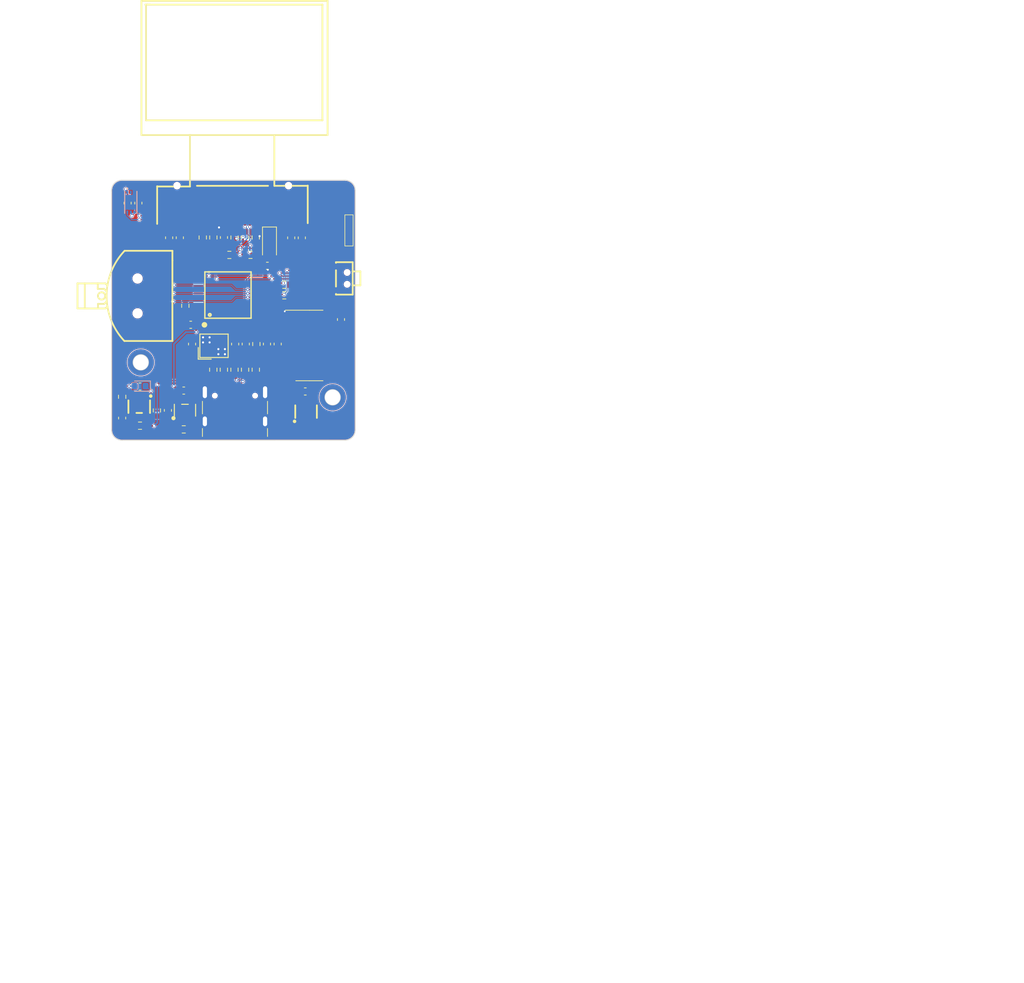
<source format=kicad_pcb>
(kicad_pcb (version 20221018) (generator pcbnew)
  (layers (0 "F.Cu" signal) (31 "B.Cu" signal) (34 "B.Paste" user) (35 "F.Paste" user) (36 "B.SilkS" user "B.Silkscreen") (37 "F.SilkS" user "F.Silkscreen") (38 "B.Mask" user) (39 "F.Mask" user) (44 "Edge.Cuts" user))
  (net 0 "")
  (net 1 "+5V")
  (net 5 "GND")
  (net 6 "+3.3V")
  (net 7 "Net-(U3-DVI)")
  (net 8 "Net-(OLED1-C2N)")
  (net 9 "Net-(OLED1-C2P)")
  (net 12 "Net-(U2-V3)")
  (net 13 "/UART3_TX")
  (net 18 "/SW_Enter")
  (net 19 "Net-(OLED1-C1N)")
  (net 20 "Net-(OLED1-C1P)")
  (net 21 "Net-(D1-A)")
  (net 22 "Net-(OLED1-VCOMH)")
  (net 23 "Net-(OLED1-VCC)")
  (net 24 "Net-(OLED1-BS0)")
  (net 32 "Net-(OLED1-BS1)")
  (net 35 "Net-(OLED1-D{slash}C#)")
  (net 42 "/OLED_SCL")
  (net 45 "/OLED_SDA")
  (net 46 "Net-(U1-BOOT)")
  (net 47 "/SW_Down")
  (net 48 "/SW_UP")
  (net 49 "Net-(U1-PF0-OSC_IN)")
  (net 50 "Net-(U1-PF1-OSC_OUT)")
  (net 51 "/NRST")
  (net 52 "/BH1750_SCL")
  (net 53 "/BH1750_SDA")
  (net 54 "/SWDIO")
  (net 55 "/SWCLK")
  (net 57 "Net-(U4-VCC)")
  (net 58 "+BATT")
  (net 59 "Net-(U5-KEY)")
  (net 60 "Net-(U4-PROG)")
  (net 61 "Net-(D2-K)")
  (net 62 "/BAT_EN")
  (net 66 "Net-(D2-A)")
  (net 67 "Net-(J1-CC1)")
  (net 68 "Net-(J1-D+-PadA6)")
  (net 69 "Net-(J1-D--PadA7)")
  (net 71 "Net-(J1-CC2)")
  (net 73 "/USB_DN")
  (net 74 "/USB_DP")
  (net 75 "/UART3_RX")
  (footprint "kicad_lceda:SW-SMD_TM-2022-3" (layer "F.Cu") (at 33.488 99.0175 90)
    (fp_text reference "SW1" hide)
    (fp_text value "TM-2022-3" hide)
  )
  (footprint "Resistor_SMD:R_0603_1608Metric" (layer "F.Cu") (at 44.44 109.605 90)
    (fp_text reference "R11" hide)
    (fp_text value "5K1" hide)
  )
  (footprint "Resistor_SMD:R_0603_1608Metric" (layer "F.Cu") (at 49.1 105.92 90)
    (fp_text reference "R16" hide)
    (fp_text value "1KR" hide)
  )
  (footprint "Resistor_SMD:R_0603_1608Metric" (layer "F.Cu") (at 32.41 117.64 180)
    (fp_text reference "R9" hide)
    (fp_text value "1R" hide)
  )
  (footprint "Capacitor_SMD:C_0603_1608Metric" (layer "F.Cu") (at 36.59 90.67 90)
    (fp_text reference "C7" hide)
    (fp_text value "1uF" hide)
  )
  (footprint "Resistor_SMD:R_0603_1608Metric" (layer "F.Cu") (at 45.225 93.13)
    (fp_text reference "R20" hide)
    (fp_text value "4K7" hide)
  )
  (footprint "Resistor_SMD:R_0603_1608Metric" (layer "F.Cu") (at 34.835 115.45 90)
    (fp_text reference "R7" hide)
    (fp_text value "1K6" hide)
  )
  (footprint "Capacitor_SMD:C_0603_1608Metric" (layer "F.Cu") (at 32.17 85.693 90)
    (fp_text reference "C5" hide)
    (fp_text value "0.1uF" hide)
  )
  (footprint "Capacitor_SMD:C_0603_1608Metric" (layer "F.Cu") (at 29.85 116.545 90)
    (fp_text reference "C15" hide)
    (fp_text value "1uF" hide)
  )
  (footprint "Resistor_SMD:R_0603_1608Metric" (layer "F.Cu") (at 45.97 90.63 90)
    (fp_text reference "R2" hide)
    (fp_text value "4K7" hide)
  )
  (footprint "Capacitor_SMD:C_0603_1608Metric" (layer "F.Cu") (at 52.16 105.92 90)
    (fp_text reference "C1" hide)
    (fp_text value "0.1uF" hide)
  )
  (footprint "Resistor_SMD:R_0603_1608Metric" (layer "F.Cu") (at 42.92 109.605 90)
    (fp_text reference "R15" hide)
    (fp_text value "1MR" hide)
  )
  (footprint "Capacitor_SMD:C_0603_1608Metric" (layer "F.Cu") (at 44.45 90.63 -90)
    (fp_text reference "C9" hide)
    (fp_text value "4.7uF" hide)
  )
  (footprint "Capacitor_SMD:C_0603_1608Metric" (layer "F.Cu") (at 30.63 85.693 90)
    (fp_text reference "C6" hide)
    (fp_text value "0.1uF" hide)
  )
  (footprint "kicad_lceda:SW-SMD_2X4X3.5MM" (layer "F.Cu") (at 62.12 96.5 -90)
    (fp_text reference "SW2" hide)
    (fp_text value "Power_KEY" hide)
  )
  (footprint "Resistor_SMD:R_0603_1608Metric" (layer "F.Cu") (at 41.41 90.63 90)
    (fp_text reference "R3" hide)
    (fp_text value "4K7" hide)
  )
  (footprint "Resistor_SMD:R_0603_1608Metric" (layer "F.Cu") (at 42.93 90.63 90)
    (fp_text reference "R4" hide)
    (fp_text value "4K7" hide)
  )
  (footprint "kicad_lceda:SOT-23-5_L3.0-W1.7-P0.95-LS2.8-BL" (layer "F.Cu") (at 38.86 115.41925)
    (fp_text reference "U6" hide)
    (fp_text value "RT9013-33GB" hide)
  )
  (footprint "Resistor_SMD:R_0603_1608Metric" (layer "F.Cu") (at 45.96 109.605 90)
    (fp_text reference "R14" hide)
    (fp_text value "22R" hide)
  )
  (footprint "Resistor_SMD:R_0603_1608Metric" (layer "F.Cu") (at 53.105 97.41 180)
    (fp_text reference "R18" hide)
    (fp_text value "4K7" hide)
  )
  (footprint "Capacitor_SMD:C_0603_1608Metric" (layer "F.Cu") (at 38.6855 112.6 180)
    (fp_text reference "C19" hide)
    (fp_text value "1uF" hide)
  )
  (footprint "kicad_lceda:LQFP-48_L7.0-W7.0-P0.50-LS9.0-BL" (layer "F.Cu") (at 45.04 98.905)
    (fp_text reference "U1" hide)
    (fp_text value "CW32F030C8T6" hide)
  )
  (footprint "Resistor_SMD:R_0603_1608Metric" (layer "F.Cu") (at 53.105 98.93 180)
    (fp_text reference "R17" hide)
    (fp_text value "4K7" hide)
  )
  (footprint "MountingHole:MountingHole_2.2mm_M2_DIN965_Pad_TopBottom" (layer "F.Cu") (at 32.52 108.56)
    (fp_text reference "REF**" hide)
    (fp_text value "MountingHole_2.2mm_M2_DIN965_Pad_TopBottom" hide)
  )
  (footprint "kicad_lceda:SOT-23-5_L3.0-W1.7-P0.95-LS2.8-BR" (layer "F.Cu") (at 32.296 114.91 90)
    (fp_text reference "U4" hide)
    (fp_text value "TP4055" hide)
  )
  (footprint "Capacitor_SMD:C_0603_1608Metric" (layer "F.Cu") (at 55.62 90.68 90)
    (fp_text reference "C11" hide)
    (fp_text value "2.2uF" hide)
  )
  (footprint "Package_SO:SOIC-16_3.9x9.9mm_P1.27mm" (layer "F.Cu") (at 56.705 106.125)
    (fp_text reference "U2" hide)
    (fp_text value "CH340C" hide)
  )
  (footprint "Capacitor_SMD:C_0603_1608Metric" (layer "F.Cu") (at 36.41 115.44 -90)
    (fp_text reference "C18" hide)
    (fp_text value "1uF" hide)
  )
  (footprint "Capacitor_SMD:C_0603_1608Metric" (layer "F.Cu") (at 39.685 103.15 180)
    (fp_text reference "C12" hide)
    (fp_text value "0.1uF" hide)
  )
  (footprint "kicad_lceda:PG-SOT23-6_L2.9-W1.6-P0.95-LS2.8-BR" (layer "F.Cu") (at 56.23 115.62 -90)
    (fp_text reference "U5" hide)
    (fp_text value "EC190707" hide)
  )
  (footprint "Userlib:OLED_0.96-30P-P0.70-12864" (layer "F.Cu") (at 45.7165 87.3725)
    (fp_text reference "OLED1" hide)
    (fp_text value "0.96_OLED" hide)
  )
  (footprint "Capacitor_SMD:C_0603_1608Metric" (layer "F.Cu") (at 56.116 112.73)
    (fp_text reference "C17" hide)
    (fp_text value "1uF" hide)
  )
  (footprint "Resistor_SMD:R_0603_1608Metric" (layer "F.Cu") (at 38.91 100.43 -90)
    (fp_text reference "R1" hide)
    (fp_text value "20R" hide)
  )
  (footprint "Resistor_SMD:R_0603_1608Metric" (layer "F.Cu") (at 47.49 90.63 90)
    (fp_text reference "R5" hide)
    (fp_text value "4K7" hide)
  )
  (footprint "Connector_USB:USB_C_Receptacle_GCT_USB4105-xx-A_16P_TopMnt_Horizontal" (layer "F.Cu") (at 46.03 115.94)
    (fp_text reference "J1" hide)
    (fp_text value "USB_C_Receptacle" hide)
  )
  (footprint "Resistor_SMD:R_0603_1608Metric" (layer "F.Cu") (at 29.85 113.49 90)
    (fp_text reference "R8" hide)
    (fp_text value "1K" hide)
  )
  (footprint "Resistor_SMD:R_0603_1608Metric" (layer "F.Cu") (at 49.02 109.605 90)
    (fp_text reference "R12" hide)
    (fp_text value "5K1" hide)
  )
  (footprint "Resistor_SMD:R_0603_1608Metric" (layer "F.Cu") (at 49.01 90.63 90)
    (fp_text reference "R6" hide)
    (fp_text value "4K7" hide)
  )
  (footprint "Resistor_SMD:R_0603_1608Metric" (layer "F.Cu") (at 38.6855 118.17)
    (fp_text reference "R10" hide)
    (fp_text value "100K" hide)
  )
  (footprint "Diode_SMD:D_SOD-123" (layer "F.Cu") (at 50.98 91.49 -90)
    (fp_text reference "D1" hide)
    (fp_text value "1N4148W" hide)
  )
  (footprint "Capacitor_SMD:C_0603_1608Metric" (layer "F.Cu") (at 39.88 105.925 -90)
    (fp_text reference "C4" hide)
    (fp_text value "2.2pF" hide)
  )
  (footprint "Userlib:SWD_Port" (layer "F.Cu") (at 62.89 89.65 90)
    (fp_text reference "J2" hide)
    (fp_text value "Conn_01x04_Pin" hide)
  )
  (footprint "Capacitor_SMD:C_0603_1608Metric" (layer "F.Cu") (at 46.06 105.925 -90)
    (fp_text reference "C3" hide)
    (fp_text value "2.2pF" hide)
  )
  (footprint "Capacitor_SMD:C_0603_1608Metric" (layer "F.Cu") (at 54.1 90.68 90)
    (fp_text reference "C10" hide)
    (fp_text value "4.7uF" hide)
  )
  (footprint "Capacitor_SMD:C_0603_1608Metric" (layer "F.Cu") (at 32.41 112.02 180)
    (fp_text reference "C16" hide)
    (fp_text value "10uF" hide)
  )
  (footprint "Capacitor_SMD:C_0603_1608Metric" (layer "F.Cu") (at 47.58 105.92 -90)
    (fp_text reference "C20" hide)
    (fp_text value "10uF" hide)
  )
  (footprint "Capacitor_SMD:C_0603_1608Metric" (layer "F.Cu") (at 38.12 90.665 90)
    (fp_text reference "C8" hide)
    (fp_text value "1uF" hide)
  )
  (footprint "Resistor_SMD:R_0603_1608Metric" (layer "F.Cu") (at 48.255 93.12 180)
    (fp_text reference "R19" hide)
    (fp_text value "4K7" hide)
  )
  (footprint "Capacitor_SMD:C_0603_1608Metric" (layer "F.Cu") (at 61.24 102.4 90)
    (fp_text reference "C2" hide)
    (fp_text value "0.1uF" hide)
  )
  (footprint "Resistor_SMD:R_0603_1608Metric" (layer "F.Cu") (at 47.48 109.605 90)
    (fp_text reference "R13" hide)
    (fp_text value "22R" hide)
  )
  (footprint "Capacitor_SMD:C_0603_1608Metric" (layer "F.Cu") (at 50.62 105.92 -90)
    (fp_text reference "C14" hide)
    (fp_text value "0.1uF" hide)
  )
  (footprint "Capacitor_SMD:C_0603_1608Metric" (layer "F.Cu") (at 50.68 94.69)
    (fp_text reference "C13" hide)
    (fp_text value "0.1uF" hide)
  )
  (footprint "kicad_lceda:CRYSTAL-SMD_4P-L3.2-W2.5-BL" (layer "F.Cu") (at 43.024 106.175)
    (fp_text reference "X1" hide)
    (fp_text value "12MHz" hide)
  )
  (footprint "MountingHole:MountingHole_2.2mm_M2_DIN965_Pad_TopBottom" (layer "F.Cu") (at 60.04 113.57)
    (fp_text reference "REF**" hide)
    (fp_text value "MountingHole_2.2mm_M2_DIN965_Pad_TopBottom" hide)
  )
  (footprint "LED_SMD:LED_0603_1608Metric" (layer "B.Cu") (at 32.4175 111.96 180)
    (fp_text reference "D2" hide)
    (fp_text value "LED" hide)
  )
  (footprint "kicad_lceda:WSOF-6_L2.6-W1.6-P0.50-TL-EP" (layer "B.Cu") (at 31.09 85.583 -90)
    (fp_text reference "U3" hide)
    (fp_text value "BH1750FVI-TR" hide)
  )
  (gr_line (start 61.781974 82.399396) (end 29.768478 82.402203) (stroke (width 0.1)) (layer "Edge.Cuts"))
  (gr_line (start 29.838026 119.730604) (end 61.851522 119.727797) (stroke (width 0.1)) (layer "Edge.Cuts"))
  (gr_arc (start 29.838026 119.730604) (mid 28.78 119.32) (end 28.322203 118.281522) (stroke (width 0.1)) (layer "Edge.Cuts"))
  (gr_circle (center 32.520536 108.55) (end 33.260536 107.71) (stroke (width 0.1)) (fill none) (layer "Edge.Cuts"))
  (gr_arc (start 28.319396 83.918026) (mid 28.73 82.86) (end 29.768478 82.402203) (stroke (width 0.1)) (layer "Edge.Cuts"))
  (gr_line (start 63.300604 118.211974) (end 63.297797 83.848478) (stroke (width 0.1)) (layer "Edge.Cuts"))
  (gr_arc (start 61.781974 82.399396) (mid 62.84 82.81) (end 63.297797 83.848478) (stroke (width 0.1)) (layer "Edge.Cuts"))
  (gr_circle (center 60.040536 113.57) (end 60.780536 112.73) (stroke (width 0.1)) (fill none) (layer "Edge.Cuts"))
  (gr_line (start 28.319396 83.918026) (end 28.322203 118.281522) (stroke (width 0.1)) (layer "Edge.Cuts"))
  (gr_arc (start 63.300604 118.211974) (mid 62.89 119.27) (end 61.851522 119.727797) (stroke (width 0.1)) (layer "Edge.Cuts"))
  (segment (start 33.265 117.67) (end 33.235 117.64) (width 0.3) (layer "F.Cu") (net 1))
  (segment (start 55.341 112.73) (end 52.89 112.73) (width 0.3) (layer "F.Cu") (net 1))
  (segment (start 48.96 111.19) (end 48.43 111.72) (width 0.3) (layer "F.Cu") (net 1))
  (segment (start 43.63 113.011827) (end 44.528173 113.91) (width 0.3) (layer "F.Cu") (net 1))
  (segment (start 34.42 117.67) (end 33.265 117.67) (width 0.3) (layer "F.Cu") (net 1))
  (segment (start 43.63 112.26) (end 43.63 111.76) (width 0.3) (layer "F.Cu") (net 1))
  (segment (start 47.531827 113.91) (end 48.43 113.011827) (width 0.3) (layer "F.Cu") (net 1))
  (segment (start 56.23 113.619) (end 55.341 112.73) (width 0.3) (layer "F.Cu") (net 1))
  (segment (start 35.49 111.16) (end 34.91 111.74) (width 0.3) (layer "F.Cu") (net 1))
  (segment (start 34.91 111.74) (end 34.91 111.75) (width 0.3) (layer "F.Cu") (net 1))
  (segment (start 56.23 114.22) (end 56.23 113.619) (width 0.3) (layer "F.Cu") (net 1))
  (segment (start 43.63 112.26) (end 43.63 113.011827) (width 0.3) (layer "F.Cu") (net 1))
  (segment (start 48.43 113.011827) (end 48.43 112.26) (width 0.3) (layer "F.Cu") (net 1))
  (segment (start 43.03 111.16) (end 35.49 111.16) (width 0.3) (layer "F.Cu") (net 1))
  (segment (start 34.91 111.75) (end 34.89 111.77) (width 0.3) (layer "F.Cu") (net 1))
  (segment (start 48.43 111.72) (end 48.43 112.26) (width 0.3) (layer "F.Cu") (net 1))
  (segment (start 52.89 112.73) (end 51.35 111.19) (width 0.3) (layer "F.Cu") (net 1))
  (segment (start 51.35 111.19) (end 48.96 111.19) (width 0.3) (layer "F.Cu") (net 1))
  (segment (start 43.63 111.76) (end 43.03 111.16) (width 0.3) (layer "F.Cu") (net 1))
  (segment (start 44.528173 113.91) (end 47.531827 113.91) (width 0.3) (layer "F.Cu") (net 1))
  (via (at 34.42 117.67) (size 0.45) (drill 0.3) (layers "F.Cu" "B.Cu") (net 1))
  (via (at 34.89 111.77) (size 0.45) (drill 0.3) (layers "F.Cu" "B.Cu") (net 1))
  (segment (start 34.89 111.77) (end 34.89 117.2) (width 0.3) (layer "B.Cu") (net 1))
  (segment (start 34.89 117.2) (end 34.42 117.67) (width 0.3) (layer "B.Cu") (net 1))
  (segment (start 49.1995 85.53) (end 49.5665 85.897) (width 0.3) (layer "F.Cu") (net 5))
  (segment (start 47.1335 85.53) (end 49.1995 85.53) (width 0.3) (layer "F.Cu") (net 5))
  (segment (start 36.0135 85.45) (end 39.3195 85.45) (width 0.3) (layer "F.Cu") (net 5))
  (segment (start 45.56 85.46) (end 46.0665 85.9665) (width 0.3) (layer "F.Cu") (net 5))
  (segment (start 44.124 107.025) (end 45.735 107.025) (width 0.15) (layer "F.Cu") (net 5))
  (segment (start 55.1665 87.3745) (end 55.8665 87.3745) (width 0.3) (layer "F.Cu") (net 5))
  (segment (start 32.17 84.918) (end 30.63 86.458) (width 0.15) (layer "F.Cu") (net 5))
  (segment (start 46.7665 87.3725) (end 46.7665 85.897) (width 0.3) (layer "F.Cu") (net 5))
  (segment (start 52.16 106.695) (end 50.62 106.695) (width 0.15) (layer "F.Cu") (net 5))
  (segment (start 40.4665 87.3725) (end 40.4665 85.897) (width 0.3) (layer "F.Cu") (net 5))
  (segment (start 49.5665 87.3725) (end 49.5665 89.2485) (width 0.3) (layer "F.Cu") (net 5))
  (segment (start 49.775 112.26) (end 50.35 112.835) (width 0.3) (layer "F.Cu") (net 5))
  (segment (start 54.1 91.455) (end 55.62 91.455) (width 0.3) (layer "F.Cu") (net 5))
  (segment (start 35.5665 85.897) (end 36.0135 85.45) (width 0.3) (layer "F.Cu") (net 5))
  (segment (start 39.7665 87.3725) (end 40.4665 87.3725) (width 0.3) (layer "F.Cu") (net 5))
  (segment (start 42.8195 85.45) (end 43.2665 85.897) (width 0.3) (layer "F.Cu") (net 5))
  (segment (start 39.3195 85.45) (end 39.7665 85.897) (width 0.3) (layer "F.Cu") (net 5))
  (segment (start 42.06 92.105) (end 41.41 91.455) (width 0.3) (layer "F.Cu") (net 5))
  (segment (start 44.45 91.405) (end 43.75 92.105) (width 0.3) (layer "F.Cu") (net 5))
  (segment (start 43.9665 88.9635) (end 43.74 89.19) (width 0.3) (layer "F.Cu") (net 5))
  (segment (start 43.9665 87.3725) (end 43.2665 87.3725) (width 0.3) (layer "F.Cu") (net 5))
  (segment (start 49.5665 87.3725) (end 53.0665 87.3725) (width 0.3) (layer "F.Cu") (net 5))
  (segment (start 40.9135 85.45) (end 42.8195 85.45) (width 0.3) (layer "F.Cu") (net 5))
  (segment (start 30.63 86.458) (end 30.63 86.468) (width 0.15) (layer "F.Cu") (net 5))
  (segment (start 43.69 85.46) (end 45.56 85.46) (width 0.3) (layer "F.Cu") (net 5))
  (segment (start 41.924 105.325) (end 40.055 105.325) (width 0.15) (layer "F.Cu") (net 5))
  (segment (start 49.23 112.26) (end 49.775 112.26) (width 0.3) (layer "F.Cu") (net 5))
  (segment (start 47.575 106.7) (end 47.58 106.695) (width 0.15) (layer "F.Cu") (net 5))
  (segment (start 43.2665 87.3725) (end 43.2665 85.8835) (width 0.3) (layer "F.Cu") (net 5))
  (segment (start 46.7665 87.3725) (end 46.0665 87.3725) (width 0.3) (layer "F.Cu") (net 5))
  (segment (start 46.06 106.7) (end 47.575 106.7) (width 0.15) (layer "F.Cu") (net 5))
  (segment (start 55.1665 85.898) (end 54.7885 85.52) (width 0.3) (layer "F.Cu") (net 5))
  (segment (start 54.7885 85.52) (end 49.9435 85.52) (width 0.3) (layer "F.Cu") (net 5))
  (segment (start 45.735 107.025) (end 46.06 106.7) (width 0.15) (layer "F.Cu") (net 5))
  (segment (start 42.83 112.26) (end 42.285 112.26) (width 0.3) (layer "F.Cu") (net 5))
  (segment (start 46.7665 85.897) (end 47.1335 85.53) (width 0.3) (layer "F.Cu") (net 5))
  (segment (start 42.285 112.26) (end 41.71 112.835) (width 0.3) (layer "F.Cu") (net 5))
  (segment (start 49.01 89.89) (end 49.56 90.44) (width 0.3) (layer "F.Cu") (net 5))
  (segment (start 49.01 89.805) (end 49.01 89.89) (width 0.3) (layer "F.Cu") (net 5))
  (segment (start 35.5665 87.3705) (end 35.5665 85.897) (width 0.3) (layer "F.Cu") (net 5))
  (segment (start 43.2665 85.897) (end 43.2665 87.3725) (width 0.3) (layer "F.Cu") (net 5))
  (segment (start 46.0665 85.9665) (end 46.0665 87.3725) (width 0.3) (layer "F.Cu") (net 5))
  (segment (start 49.5665 89.2485) (end 49.01 89.805) (width 0.3) (layer "F.Cu") (net 5))
  (segment (start 43.2665 85.8835) (end 43.69 85.46) (width 0.3) (layer "F.Cu") (net 5))
  (segment (start 40.4665 85.897) (end 40.9135 85.45) (width 0.3) (layer "F.Cu") (net 5))
  (segment (start 39.7665 85.897) (end 39.7665 87.3725) (width 0.3) (layer "F.Cu") (net 5))
  (segment (start 49.9435 85.52) (end 49.5665 85.897) (width 0.3) (layer "F.Cu") (net 5))
  (segment (start 55.1665 87.3745) (end 55.1665 85.898) (width 0.3) (layer "F.Cu") (net 5))
  (segment (start 49.5665 85.897) (end 49.5665 87.3725) (width 0.3) (layer "F.Cu") (net 5))
  (segment (start 43.75 92.105) (end 42.06 92.105) (width 0.3) (layer "F.Cu") (net 5))
  (segment (start 40.055 105.325) (end 39.88 105.15) (width 0.15) (layer "F.Cu") (net 5))
  (segment (start 43.9665 87.3725) (end 43.9665 88.9635) (width 0.3) (layer "F.Cu") (net 5))
  (via (at 49.56 90.44) (size 0.45) (drill 0.3) (layers "F.Cu" "B.Cu") (net 5))
  (via (at 44.59 106.65) (size 0.45) (drill 0.3) (layers "F.Cu" "B.Cu") (net 5))
  (via (at 42.39 105.69) (size 0.45) (drill 0.3) (layers "F.Cu" "B.Cu") (net 5))
  (via (at 44.59 107.38) (size 0.45) (drill 0.3) (layers "F.Cu" "B.Cu") (net 5))
  (via (at 41.45 105.69) (size 0.45) (drill 0.3) (layers "F.Cu" "B.Cu") (net 5))
  (via (at 53.17 101.23) (size 0.45) (drill 0.25) (layers "F.Cu" "B.Cu") (net 5))
  (via (at 42.39 104.96) (size 0.45) (drill 0.3) (layers "F.Cu" "B.Cu") (net 5))
  (via (at 50.75 95.27) (size 0.45) (drill 0.25) (layers "F.Cu" "B.Cu") (net 5))
  (via (at 43.74 89.19) (size 0.45) (drill 0.3) (layers "F.Cu" "B.Cu") (net 5))
  (via (at 41.45 104.96) (size 0.45) (drill 0.3) (layers "F.Cu" "B.Cu") (net 5))
  (via (at 43.65 106.65) (size 0.45) (drill 0.3) (layers "F.Cu" "B.Cu") (net 5))
  (via (at 43.65 107.38) (size 0.45) (drill 0.3) (layers "F.Cu" "B.Cu") (net 5))
  (segment (start 39.5 92.28) (end 30.56 92.28) (width 0.3) (layer "F.Cu") (net 6))
  (segment (start 49.1 105.095) (end 50.57 105.095) (width 0.15) (layer "F.Cu") (net 6))
  (segment (start 46.04 102.23) (end 46.29 102.48) (width 0.15) (layer "F.Cu") (net 6))
  (segment (start 51.94 93.58) (end 51.62 93.9) (width 0.3) (layer "F.Cu") (net 6))
  (segment (start 40.46 104.18) (end 40.46 103.15) (width 0.3) (layer "F.Cu") (net 6))
  (segment (start 42.93 91.455) (end 43.68 90.705) (width 0.3) (layer "F.Cu") (net 6))
  (segment (start 59.18 101.68) (end 56.68 101.68) (width 0.3) (layer "F.Cu") (net 6))
  (segment (start 47.8155 91.7805) (end 47.49 91.455) (width 0.3) (layer "F.Cu") (net 6))
  (segment (start 48.255 96.155) (end 49.29 96.155) (width 0.15) (layer "F.Cu") (net 6))
  (segment (start 39.0665 87.3725) (end 39.0665 88.848) (width 0.3) (layer "F.Cu") (net 6))
  (segment (start 49.905 94.69) (end 49.29 95.305) (width 0.15) (layer "F.Cu") (net 6))
  (segment (start 37.9105 114.26475) (end 37.91 114.26525) (width 0.3) (layer "F.Cu") (net 6))
  (segment (start 39.5685 89.35) (end 40.6645 89.35) (width 0.3) (layer "F.Cu") (net 6))
  (segment (start 42.6 102.23) (end 46.04 102.23) (width 0.15) (layer "F.Cu") (net 6))
  (segment (start 53.93 97.41) (end 55.2 97.41) (width 0.3) (layer "F.Cu") (net 6))
  (segment (start 50.57 105.095) (end 50.62 105.145) (width 0.15) (layer "F.Cu") (net 6))
  (segment (start 42.29 103.155) (end 42.29 102.54) (width 0.15) (layer "F.Cu") (net 6))
  (segment (start 55.2 97.41) (end 61.32 91.29) (width 0.3) (layer "F.Cu") (net 6))
  (segment (start 61.32 91.29) (end 62.39 91.29) (width 0.3) (layer "F.Cu") (net 6))
  (segment (start 46.821594 104.24) (end 46.29 103.708406) (width 0.15) (layer "F.Cu") (net 6))
  (segment (start 39.0665 88.848) (end 39.5685 89.35) (width 0.3) (layer "F.Cu") (net 6))
  (segment (start 56.68 101.68) (end 56.68 103.72) (width 0.3) (layer "F.Cu") (net 6))
  (segment (start 37.9105 112.6) (end 37.9105 114.26475) (width 0.3) (layer "F.Cu") (net 6))
  (segment (start 40.79 102.82) (end 40.79 101.655) (width 0.15) (layer "F.Cu") (net 6))
  (segment (start 40.465 103.155) (end 42.29 103.155) (width 0.15) (layer "F.Cu") (net 6))
  (segment (start 40.16 90.63) (end 40.16 91.62) (width 0.3) (layer "F.Cu") (net 6))
  (segment (start 50.695 93.9) (end 49.905 94.69) (width 0.3) (layer "F.Cu") (net 6))
  (segment (start 30.63 83.96) (end 30.35 83.68) (width 0.15) (layer "F.Cu") (net 6))
  (segment (start 45.97 91.455) (end 45.97 91.56) (width 0.3) (layer "F.Cu") (net 6))
  (segment (start 55.58 104.82) (end 53.14 104.82) (width 0.3) (layer "F.Cu") (net 6))
  (segment (start 48.226247 91.7805) (end 47.8155 91.7805) (width 0.3) (layer "F.Cu") (net 6))
  (segment (start 59.235 101.625) (end 59.18 101.68) (width 0.3) (layer "F.Cu") (net 6))
  (segment (start 49.08 93.865) (end 49.905 94.69) (width 0.3) (layer "F.Cu") (net 6))
  (segment (start 30.56 92.28) (end 29.25 90.97) (width 0.3) (layer "F.Cu") (net 6))
  (segment (start 50.98 89.84) (end 51.94 90.8) (width 0.3) (layer "F.Cu") (net 6))
  (segment (start 45.97 91.04) (end 46.23 90.78) (width 0.3) (layer "F.Cu") (net 6))
  (segment (start 40.6645 89.35) (end 41.1665 88.848) (width 0.3) (layer "F.Cu") (net 6))
  (segment (start 53.93 98.93) (end 53.93 97.41) (width 0.3) (layer "F.Cu") (net 6))
  (segment (start 49.08 93.12) (end 49.08 93.865) (width 0.3) (layer "F.Cu") (net 6))
  (segment (start 56.68 103.72) (end 55.58 104.82) (width 0.3) (layer "F.Cu") (net 6))
  (segment (start 51.62 93.9) (end 50.695 93.9) (width 0.3) (layer "F.Cu") (net 6))
  (segment (start 46.29 103.708406) (end 46.29 103.155) (width 0.15) (layer "F.Cu") (net 6))
  (segment (start 37.9105 112.6) (end 37.9105 112.5905) (width 0.3) (layer "F.Cu") (net 6))
  (segment (start 51.94 90.8) (end 51.94 93.58) (width 0.3) (layer "F.Cu") (net 6))
  (segment (start 29.25 90.97) (end 29.25 85.54) (width 0.3) (layer "F.Cu") (net 6))
  (segment (start 47.44 100.83) (end 47.44 96.96) (width 0.15) (layer "F.Cu") (net 6))
  (segment (start 61.24 101.625) (end 59.235 101.625) (width 0.3) (layer "F.Cu") (net 6))
  (segment (start 40.16 91.62) (end 39.5 92.28) (width 0.3) (layer "F.Cu") (net 6))
  (segment (start 48.25 96.15) (end 48.255 96.155) (width 0.15) (layer "F.Cu") (net 6))
  (segment (start 46.155 90.705) (end 46.23 90.78) (width 0.3) (layer "F.Cu") (net 6))
  (segment (start 39.5685 90.0385) (end 40.16 90.63) (width 0.3) (layer "F.Cu") (net 6))
  (segment (start 30.63 84.918) (end 30.63 83.96) (width 0.15) (layer "F.Cu") (net 6))
  (segment (start 51.405 104.36) (end 50.62 105.145) (width 0.3) (layer "F.Cu") (net 6))
  (segment (start 50.62 105.145) (end 49.715 104.24) (width 0.15) (layer "F.Cu") (net 6))
  (segment (start 42.105 90.63) (end 42.93 91.455) (width 0.3) (layer "F.Cu") (net 6))
  (segment (start 48.54 93.12) (end 48.16 92.74) (width 0.3) (layer "F.Cu") (net 6))
  (segment (start 49.08 93.12) (end 48.54 93.12) (width 0.3) (layer "F.Cu") (net 6))
  (segment (start 40.46 103.15) (end 40.465 103.155) (width 0.15) (layer "F.Cu") (net 6))
  (segment (start 42.29 102.54) (end 42.6 102.23) (width 0.15) (layer "F.Cu") (net 6))
  (segment (start 39.5685 89.35) (end 39.5685 90.0385) (width 0.3) (layer "F.Cu") (net 6))
  (segment (start 41.1665 88.848) (end 41.1665 87.3725) (width 0.3) (layer "F.Cu") (net 6))
  (segment (start 47.17 90.62) (end 47.17 91.135) (width 0.3) (layer "F.Cu") (net 6))
  (segment (start 56.68 101.68) (end 53.93 98.93) (width 0.3) (layer "F.Cu") (net 6))
  (segment (start 45.97 91.455) (end 45.97 91.04) (width 0.3) (layer "F.Cu") (net 6))
  (segment (start 49.29 95.305) (end 49.29 96.155) (width 0.15) (layer "F.Cu") (net 6))
  (segment (start 29.872 84.918) (end 30.63 84.918) (width 0.3) (layer "F.Cu") (net 6))
  (segment (start 52.68 104.36) (end 51.405 104.36) (width 0.3) (layer "F.Cu") (net 6))
  (segment (start 37.9105 112.5905) (end 37.27 111.95) (width 0.3) (layer "F.Cu") (net 6))
  (segment (start 47.17 91.135) (end 47.49 91.455) (width 0.3) (layer "F.Cu") (net 6))
  (segment (start 45.97 91.56) (end 44.4 93.13) (width 0.3) (layer "F.Cu") (net 6))
  (segment (start 29.25 85.54) (end 29.872 84.918) (width 0.3) (layer "F.Cu") (net 6))
  (segment (start 47.44 96.96) (end 48.25 96.15) (width 0.15) (layer "F.Cu") (net 6))
  (segment (start 53.14 104.82) (end 52.68 104.36) (width 0.3) (layer "F.Cu") (net 6))
  (segment (start 40.16 90.63) (end 42.105 90.63) (width 0.3) (layer "F.Cu") (net 6))
  (segment (start 46.29 102.48) (end 46.29 103.155) (width 0.15) (layer "F.Cu") (net 6))
  (segment (start 43.68 90.705) (end 46.155 90.705) (width 0.3) (layer "F.Cu") (net 6))
  (segment (start 40.46 103.15) (end 40.79 102.82) (width 0.15) (layer "F.Cu") (net 6))
  (segment (start 49.715 104.24) (end 46.821594 104.24) (width 0.15) (layer "F.Cu") (net 6))
  (segment (start 46.04 102.23) (end 47.44 100.83) (width 0.15) (layer "F.Cu") (net 6))
  (via (at 48.226247 91.7805) (size 0.45) (drill 0.3) (layers "F.Cu" "B.Cu") (net 6))
  (via (at 30.35 83.68) (size 0.45) (drill 0.3) (layers "F.Cu" "B.Cu") (net 6))
  (via (at 46.23 90.78) (size 0.45) (drill 0.3) (layers "F.Cu" "B.Cu") (net 6))
  (via (at 47.17 90.62) (size 0.45) (drill 0.3) (layers "F.Cu" "B.Cu") (net 6))
  (via (at 48.16 92.74) (size 0.45) (drill 0.3) (layers "F.Cu" "B.Cu") (net 6))
  (via (at 40.46 104.18) (size 0.45) (drill 0.25) (layers "F.Cu" "B.Cu") (net 6))
  (via (at 37.27 111.95) (size 0.45) (drill 0.25) (layers "F.Cu" "B.Cu") (net 6))
  (segment (start 46.23 90.78) (end 47.01 90.78) (width 0.3) (layer "B.Cu") (net 6))
  (segment (start 47.01 90.78) (end 47.17 90.62) (width 0.3) (layer "B.Cu") (net 6))
  (segment (start 37.27 111.95) (end 37.27 105.92) (width 0.3) (layer "B.Cu") (net 6))
  (segment (start 48.16 91.846747) (end 48.226247 91.7805) (width 0.3) (layer "B.Cu") (net 6))
  (segment (start 30.35 83.916) (end 30.59 84.156) (width 0.15) (layer "B.Cu") (net 6))
  (segment (start 48.16 92.74) (end 48.16 91.846747) (width 0.3) (layer "B.Cu") (net 6))
  (segment (start 40.43 104.21) (end 40.46 104.18) (width 0.3) (layer "B.Cu") (net 6))
  (segment (start 37.27 105.92) (end 38.98 104.21) (width 0.3) (layer "B.Cu") (net 6))
  (segment (start 30.35 83.68) (end 30.35 83.916) (width 0.15) (layer "B.Cu") (net 6))
  (segment (start 38.98 104.21) (end 40.43 104.21) (width 0.3) (layer "B.Cu") (net 6))
  (segment (start 32.17 86.468) (end 32.17 86.590939) (width 0.15) (layer "F.Cu") (net 7))
  (segment (start 32.17 86.590939) (end 31.246044 87.514895) (width 0.15) (layer "F.Cu") (net 7))
  (via (at 31.246044 87.514895) (size 0.45) (drill 0.3) (layers "F.Cu" "B.Cu") (net 7))
  (segment (start 31.246044 87.514895) (end 31.246044 87.166044) (width 0.15) (layer "B.Cu") (net 7))
  (segment (start 31.246044 87.166044) (end 31.09 87.01) (width 0.15) (layer "B.Cu") (net 7))
  (segment (start 37.28 90.755) (end 36.59 91.445) (width 0.15) (layer "F.Cu") (net 8))
  (segment (start 36.9665 87.3725) (end 36.9665 88.8865) (width 0.15) (layer "F.Cu") (net 8))
  (segment (start 37.28 89.2) (end 37.28 90.755) (width 0.15) (layer "F.Cu") (net 8))
  (segment (start 36.9665 88.8865) (end 37.28 89.2) (width 0.15) (layer "F.Cu") (net 8))
  (segment (start 36.2665 89.5715) (end 36.2665 87.3725) (width 0.15) (layer "F.Cu") (net 9))
  (segment (start 36.59 89.895) (end 36.2665 89.5715) (width 0.15) (layer "F.Cu") (net 9))
  (segment (start 52.505 105.49) (end 52.16 105.145) (width 0.15) (layer "F.Cu") (net 12))
  (segment (start 54.23 105.49) (end 52.505 105.49) (width 0.15) (layer "F.Cu") (net 12))
  (segment (start 54.23 104.22) (end 54 103.99) (width 0.15) (layer "F.Cu") (net 13))
  (segment (start 48 103.99) (end 47.79 103.78) (width 0.15) (layer "F.Cu") (net 13))
  (segment (start 54 103.99) (end 48 103.99) (width 0.15) (layer "F.Cu") (net 13))
  (segment (start 47.79 103.78) (end 47.79 103.155) (width 0.15) (layer "F.Cu") (net 13))
  (segment (start 37.25 98.66) (end 36.2705 98.66) (width 0.15) (layer "F.Cu") (net 18))
  (segment (start 36.2705 98.66) (end 35.913 99.0175) (width 0.15) (layer "F.Cu") (net 18))
  (segment (start 49.29 98.655) (end 47.865 98.655) (width 0.15) (layer "F.Cu") (net 18))
  (segment (start 47.865 98.655) (end 47.86 98.66) (width 0.15) (layer "F.Cu") (net 18))
  (via (at 37.25 98.66) (size 0.45) (drill 0.25) (layers "F.Cu" "B.Cu") (net 18))
  (via (at 47.86 98.66) (size 0.45) (drill 0.25) (layers "F.Cu" "B.Cu") (net 18))
  (segment (start 37.25 98.66) (end 47.86 98.66) (width 0.15) (layer "B.Cu") (net 18))
  (segment (start 38.3665 87.3725) (end 38.3665 88.697) (width 0.15) (layer "F.Cu") (net 19))
  (segment (start 38.3665 88.697) (end 38.77 89.1005) (width 0.15) (layer "F.Cu") (net 19))
  (segment (start 38.77 89.1005) (end 38.77 90.79) (width 0.15) (layer "F.Cu") (net 19))
  (segment (start 38.77 90.79) (end 38.12 91.44) (width 0.15) (layer "F.Cu") (net 19))
  (segment (start 37.6665 87.3725) (end 37.6665 89.4365) (width 0.15) (layer "F.Cu") (net 20))
  (segment (start 37.6665 89.4365) (end 38.12 89.89) (width 0.15) (layer "F.Cu") (net 20))
  (segment (start 45.97 89.805) (end 44.5 89.805) (width 0.15) (layer "F.Cu") (net 21))
  (segment (start 46.71 90.545) (end 45.97 89.805) (width 0.15) (layer "F.Cu") (net 21))
  (segment (start 50.98 93.14) (end 50.02 92.18) (width 0.15) (layer "F.Cu") (net 21))
  (segment (start 47.20967 92.18) (end 46.71 91.68033) (width 0.15) (layer "F.Cu") (net 21))
  (segment (start 50.02 92.18) (end 47.20967 92.18) (width 0.15) (layer "F.Cu") (net 21))
  (segment (start 46.71 91.68033) (end 46.71 90.545) (width 0.15) (layer "F.Cu") (net 21))
  (segment (start 44.6665 89.6385) (end 44.45 89.855) (width 0.15) (layer "F.Cu") (net 21))
  (segment (start 44.6665 87.3725) (end 44.6665 89.6385) (width 0.15) (layer "F.Cu") (net 21))
  (segment (start 44.5 89.805) (end 44.45 89.855) (width 0.15) (layer "F.Cu") (net 21))
  (segment (start 53.7665 89.5715) (end 53.7665 87.3725) (width 0.15) (layer "F.Cu") (net 22))
  (segment (start 54.1 89.905) (end 53.7665 89.5715) (width 0.15) (layer "F.Cu") (net 22))
  (segment (start 54.4665 88.7515) (end 54.4665 87.3735) (width 0.15) (layer "F.Cu") (net 23))
  (segment (start 55.62 89.905) (end 54.4665 88.7515) (width 0.15) (layer "F.Cu") (net 23))
  (segment (start 41.8665 87.3725) (end 41.8665 89.3485) (width 0.15) (layer "F.Cu") (net 24))
  (segment (start 41.8665 89.3485) (end 41.41 89.805) (width 0.15) (layer "F.Cu") (net 24))
  (segment (start 42.5665 87.3725) (end 42.5665 89.4415) (width 0.15) (layer "F.Cu") (net 32))
  (segment (start 42.5665 89.4415) (end 42.93 89.805) (width 0.15) (layer "F.Cu") (net 32))
  (segment (start 45.8895 89.22) (end 46.905 89.22) (width 0.15) (layer "F.Cu") (net 35))
  (segment (start 46.905 89.22) (end 47.49 89.805) (width 0.15) (layer "F.Cu") (net 35))
  (segment (start 45.3665 87.3725) (end 45.3665 88.697) (width 0.15) (layer "F.Cu") (net 35))
  (segment (start 45.3665 88.697) (end 45.8895 89.22) (width 0.15) (layer "F.Cu") (net 35))
  (segment (start 49.01 91.325) (end 47.49 89.805) (width 0.15) (layer "F.Cu") (net 35))
  (segment (start 49.01 91.455) (end 49.01 91.325) (width 0.15) (layer "F.Cu") (net 35))
  (segment (start 47.43 93.12) (end 47.29 93.26) (width 0.15) (layer "F.Cu") (net 42))
  (segment (start 47.49 89.0805) (end 47.4665 89.057) (width 0.15) (layer "F.Cu") (net 42))
  (segment (start 47.37 93.06) (end 47.43 93.12) (width 0.15) (layer "F.Cu") (net 42))
  (segment (start 47.29 93.26) (end 47.29 94.655) (width 0.15) (layer "F.Cu") (net 42))
  (segment (start 47.4665 89.057) (end 47.4665 87.3725) (width 0.15) (layer "F.Cu") (net 42))
  (segment (start 46.7745 93.06) (end 47.37 93.06) (width 0.15) (layer "F.Cu") (net 42))
  (via (at 46.7745 93.06) (size 0.45) (drill 0.3) (layers "F.Cu" "B.Cu") (net 42))
  (via (at 47.49 89.0805) (size 0.45) (drill 0.3) (layers "F.Cu" "B.Cu") (net 42))
  (segment (start 46.7745 93.06) (end 46.406441 92.691941) (width 0.15) (layer "B.Cu") (net 42))
  (segment (start 47.87 90.72) (end 47.87 89.4605) (width 0.15) (layer "B.Cu") (net 42))
  (segment (start 47.322506 91.26) (end 47.33 91.26) (width 0.15) (layer "B.Cu") (net 42))
  (segment (start 47.87 89.4605) (end 47.49 89.0805) (width 0.15) (layer "B.Cu") (net 42))
  (segment (start 47.33 91.26) (end 47.87 90.72) (width 0.15) (layer "B.Cu") (net 42))
  (segment (start 46.406441 92.176065) (end 47.322506 91.26) (width 0.15) (layer "B.Cu") (net 42))
  (segment (start 46.406441 92.691941) (end 46.406441 92.176065) (width 0.15) (layer "B.Cu") (net 42))
  (segment (start 48.1665 89.0935) (end 48.1665 87.3725) (width 0.15) (layer "F.Cu") (net 45))
  (segment (start 46.05 93.098192) (end 46.05 93.13) (width 0.15) (layer "F.Cu") (net 45))
  (segment (start 46.05 93.13) (end 46.79 93.87) (width 0.15) (layer "F.Cu") (net 45))
  (segment (start 48.16 89.1) (end 48.1665 89.0935) (width 0.15) (layer "F.Cu") (net 45))
  (segment (start 46.806441 92.341751) (end 46.05 93.098192) (width 0.15) (layer "F.Cu") (net 45))
  (segment (start 46.79 93.87) (end 46.79 94.655) (width 0.15) (layer "F.Cu") (net 45))
  (via (at 46.806441 92.341751) (size 0.45) (drill 0.3) (layers "F.Cu" "B.Cu") (net 45))
  (via (at 48.16 89.1) (size 0.45) (drill 0.3) (layers "F.Cu" "B.Cu") (net 45))
  (segment (start 48.16 90.988192) (end 46.806441 92.341751) (width 0.15) (layer "B.Cu") (net 45))
  (segment (start 48.16 89.1) (end 48.16 90.988192) (width 0.15) (layer "B.Cu") (net 45))
  (segment (start 38.96 99.655) (end 40.79 99.655) (width 0.15) (layer "F.Cu") (net 46))
  (segment (start 38.91 99.605) (end 38.96 99.655) (width 0.15) (layer "F.Cu") (net 46))
  (segment (start 49.235497 99.209503) (end 49.29 99.155) (width 0.15) (layer "F.Cu") (net 47))
  (segment (start 37.21 99.82) (end 37.21 100.2205) (width 0.15) (layer "F.Cu") (net 47))
  (segment (start 47.86 99.209503) (end 49.235497 99.209503) (width 0.15) (layer "F.Cu") (net 47))
  (segment (start 37.21 100.2205) (end 35.913 101.5175) (width 0.15) (layer "F.Cu") (net 47))
  (via (at 47.86 99.209503) (size 0.45) (drill 0.25) (layers "F.Cu" "B.Cu") (net 47))
  (via (at 37.21 99.82) (size 0.45) (drill 0.25) (layers "F.Cu" "B.Cu") (net 47))
  (segment (start 45.56 99.82) (end 46.17 99.21) (width 0.15) (layer "B.Cu") (net 47))
  (segment (start 46.17 99.21) (end 47.859503 99.21) (width 0.15) (layer "B.Cu") (net 47))
  (segment (start 37.21 99.82) (end 45.56 99.82) (width 0.15) (layer "B.Cu") (net 47))
  (segment (start 47.859503 99.21) (end 47.86 99.209503) (width 0.15) (layer "B.Cu") (net 47))
  (segment (start 47.85 98.1) (end 49.235 98.1) (width 0.15) (layer "F.Cu") (net 48))
  (segment (start 37.31 97.46) (end 36.8555 97.46) (width 0.15) (layer "F.Cu") (net 48))
  (segment (start 49.235 98.1) (end 49.29 98.155) (width 0.15) (layer "F.Cu") (net 48))
  (segment (start 36.8555 97.46) (end 35.913 96.5175) (width 0.15) (layer "F.Cu") (net 48))
  (via (at 47.85 98.1) (size 0.45) (drill 0.25) (layers "F.Cu" "B.Cu") (net 48))
  (via (at 37.31 97.46) (size 0.45) (drill 0.25) (layers "F.Cu" "B.Cu") (net 48))
  (segment (start 46.15 98.1) (end 47.85 98.1) (width 0.15) (layer "B.Cu") (net 48))
  (segment (start 45.51 97.46) (end 46.15 98.1) (width 0.15) (layer "B.Cu") (net 48))
  (segment (start 37.31 97.46) (end 45.51 97.46) (width 0.15) (layer "B.Cu") (net 48))
  (segment (start 42.145 107.025) (end 41.924 107.025) (width 0.15) (layer "F.Cu") (net 49))
  (segment (start 43.45 104.35) (end 42.99 104.81) (width 0.15) (layer "F.Cu") (net 49))
  (segment (start 42.99 106.18) (end 42.145 107.025) (width 0.15) (layer "F.Cu") (net 49))
  (segment (start 44.29 103.77) (end 43.71 104.35) (width 0.15) (layer "F.Cu") (net 49))
  (segment (start 44.29 103.155) (end 44.29 103.77) (width 0.15) (layer "F.Cu") (net 49))
  (segment (start 42.99 104.81) (end 42.99 106.18) (width 0.15) (layer "F.Cu") (net 49))
  (segment (start 41.924 109.434) (end 41.924 107.025) (width 0.15) (layer "F.Cu") (net 49))
  (segment (start 39.88 106.7) (end 40.205 107.025) (width 0.15) (layer "F.Cu") (net 49))
  (segment (start 42.92 110.43) (end 41.924 109.434) (width 0.15) (layer "F.Cu") (net 49))
  (segment (start 40.205 107.025) (end 41.924 107.025) (width 0.15) (layer "F.Cu") (net 49))
  (segment (start 43.71 104.35) (end 43.45 104.35) (width 0.15) (layer "F.Cu") (net 49))
  (segment (start 46.06 105.15) (end 45.885 105.325) (width 0.15) (layer "F.Cu") (net 50))
  (segment (start 44.79 103.155) (end 44.79 104.659) (width 0.15) (layer "F.Cu") (net 50))
  (segment (start 42.92 106.62) (end 44.124 105.416) (width 0.15) (layer "F.Cu") (net 50))
  (segment (start 45.885 105.325) (end 44.124 105.325) (width 0.15) (layer "F.Cu") (net 50))
  (segment (start 44.124 105.416) (end 44.124 105.325) (width 0.15) (layer "F.Cu") (net 50))
  (segment (start 44.79 104.659) (end 44.124 105.325) (width 0.15) (layer "F.Cu") (net 50))
  (segment (start 42.92 108.78) (end 42.92 106.62) (width 0.15) (layer "F.Cu") (net 50))
  (segment (start 46.96 104.525) (end 47.58 105.145) (width 0.15) (layer "F.Cu") (net 51))
  (segment (start 47.58 105.225) (end 49.1 106.745) (width 0.15) (layer "F.Cu") (net 51))
  (segment (start 45.29 103.155) (end 45.29 103.73) (width 0.15) (layer "F.Cu") (net 51))
  (segment (start 47.58 105.145) (end 47.58 105.225) (width 0.15) (layer "F.Cu") (net 51))
  (segment (start 46.085 104.525) (end 46.96 104.525) (width 0.15) (layer "F.Cu") (net 51))
  (segment (start 45.29 103.73) (end 46.085 104.525) (width 0.15) (layer "F.Cu") (net 51))
  (segment (start 51.38 98.7) (end 51.39 98.7) (width 0.15) (layer "F.Cu") (net 52))
  (segment (start 50.955 97.655) (end 51.38 98.08) (width 0.15) (layer "F.Cu") (net 52))
  (segment (start 35.61 84.88) (end 56.47 84.88) (width 0.15) (layer "F.Cu") (net 52))
  (segment (start 52.41 98.8) (end 52.28 98.93) (width 0.15) (layer "F.Cu") (net 52))
  (segment (start 51.38 98.08) (end 51.38 98.7) (width 0.15) (layer "F.Cu") (net 52))
  (segment (start 57.23 85.64) (end 57.23 92.89) (width 0.15) (layer "F.Cu") (net 52))
  (segment (start 56.47 84.88) (end 57.23 85.64) (width 0.15) (layer "F.Cu") (net 52))
  (segment (start 51.62 98.93) (end 52.28 98.93) (width 0.15) (layer "F.Cu") (net 52))
  (segment (start 51.39 98.7) (end 51.62 98.93) (width 0.15) (layer "F.Cu") (net 52))
  (segment (start 53.06 98.8) (end 52.41 98.8) (width 0.15) (layer "F.Cu") (net 52))
  (segment (start 54.7795 95.3405) (end 53.5 95.3405) (width 0.15) (layer "F.Cu") (net 52))
  (segment (start 34.53 87.17) (end 34.53 85.96) (width 0.15) (layer "F.Cu") (net 52))
  (segment (start 57.23 92.89) (end 54.7795 95.3405) (width 0.15) (layer "F.Cu") (net 52))
  (segment (start 34.53 85.96) (end 35.61 84.88) (width 0.15) (layer "F.Cu") (net 52))
  (segment (start 33.64 88.06) (end 34.53 87.17) (width 0.15) (layer "F.Cu") (net 52))
  (segment (start 49.29 97.655) (end 50.955 97.655) (width 0.15) (layer "F.Cu") (net 52))
  (segment (start 32.32 88.06) (end 33.64 88.06) (width 0.15) (layer "F.Cu") (net 52))
  (via (at 53.5 95.3405) (size 0.45) (drill 0.3) (layers "F.Cu" "B.Cu") (net 52))
  (via (at 32.32 88.06) (size 0.45) (drill 0.3) (layers "F.Cu" "B.Cu") (net 52))
  (via (at 53.06 98.8) (size 0.45) (drill 0.3) (layers "F.Cu" "B.Cu") (net 52))
  (segment (start 53.5 95.3405) (end 53.5 98.36) (width 0.15) (layer "B.Cu") (net 52))
  (segment (start 30.59 87.424537) (end 31.225463 88.06) (width 0.15) (layer "B.Cu") (net 52))
  (segment (start 53.5 98.36) (end 53.06 98.8) (width 0.15) (layer "B.Cu") (net 52))
  (segment (start 31.225463 88.06) (end 32.32 88.06) (width 0.15) (layer "B.Cu") (net 52))
  (segment (start 30.59 87.01) (end 30.59 87.424537) (width 0.15) (layer "B.Cu") (net 52))
  (segment (start 33.37 87.51) (end 34 86.88) (width 0.15) (layer "F.Cu") (net 53))
  (segment (start 34 85.77) (end 35.3 84.47) (width 0.15) (layer "F.Cu") (net 53))
  (segment (start 32.32 87.51) (end 33.37 87.51) (width 0.15) (layer "F.Cu") (net 53))
  (segment (start 57.65 93.07) (end 54.98 95.74) (width 0.15) (layer "F.Cu") (net 53))
  (segment (start 52.53 97.16) (end 52.28 97.41) (width 0.15) (layer "F.Cu") (net 53))
  (segment (start 35.3 84.47) (end 56.66 84.47) (width 0.15) (layer "F.Cu") (net 53))
  (segment (start 54.98 95.74) (end 52.44 95.74) (width 0.15) (layer "F.Cu") (net 53))
  (segment (start 57.65 85.46) (end 57.65 93.07) (width 0.15) (layer "F.Cu") (net 53))
  (segment (start 49.29 97.155) (end 52.025 97.155) (width 0.15) (layer "F.Cu") (net 53))
  (segment (start 52.96 97.16) (end 52.53 97.16) (width 0.15) (layer "F.Cu") (net 53))
  (segment (start 52.025 97.155) (end 52.28 97.41) (width 0.15) (layer "F.Cu") (net 53))
  (segment (start 34 86.88) (end 34 85.77) (width 0.15) (layer "F.Cu") (net 53))
  (segment (start 56.66 84.47) (end 57.65 85.46) (width 0.15) (layer "F.Cu") (net 53))
  (via (at 52.96 97.16) (size 0.45) (drill 0.3) (layers "F.Cu" "B.Cu") (net 53))
  (via (at 52.44 95.74) (size 0.45) (drill 0.3) (layers "F.Cu" "B.Cu") (net 53))
  (via (at 32.32 87.51) (size 0.45) (drill 0.3) (layers "F.Cu" "B.Cu") (net 53))
  (segment (start 31.82 87.01) (end 32.32 87.51) (width 0.15) (layer "B.Cu") (net 53))
  (segment (start 52.44 95.74) (end 52.96 96.26) (width 0.15) (layer "B.Cu") (net 53))
  (segment (start 52.96 96.26) (end 52.96 97.16) (width 0.15) (layer "B.Cu") (net 53))
  (segment (start 31.59 87.01) (end 31.82 87.01) (width 0.15) (layer "B.Cu") (net 53))
  (segment (start 55.3205 96.5695) (end 61.72 90.17) (width 0.15) (layer "F.Cu") (net 54))
  (segment (start 51.338557 96.5695) (end 55.3205 96.5695) (width 0.15) (layer "F.Cu") (net 54))
  (segment (start 43.29 96.4395) (end 43.42 96.5695) (width 0.15) (layer "F.Cu") (net 54))
  (segment (start 43.29 94.655) (end 43.29 96.4395) (width 0.15) (layer "F.Cu") (net 54))
  (segment (start 61.72 90.17) (end 62.39 90.17) (width 0.15) (layer "F.Cu") (net 54))
  (via (at 43.42 96.5695) (size 0.45) (drill 0.3) (layers "F.Cu" "B.Cu") (net 54))
  (via (at 51.338557 96.5695) (size 0.45) (drill 0.3) (layers "F.Cu" "B.Cu") (net 54))
  (segment (start 43.42 96.5695) (end 51.338557 96.5695) (width 0.15) (layer "B.Cu") (net 54))
  (segment (start 62.39 89.05) (end 62.321091 89.05) (width 0.15) (layer "F.Cu") (net 55))
  (segment (start 55.201091 96.17) (end 50.95 96.17) (width 0.15) (layer "F.Cu") (net 55))
  (segment (start 42.275 96.155) (end 40.79 96.155) (width 0.15) (layer "F.Cu") (net 55))
  (segment (start 62.321091 89.05) (end 55.201091 96.17) (width 0.15) (layer "F.Cu") (net 55))
  (segment (start 42.29 96.14) (end 42.275 96.155) (width 0.15) (layer "F.Cu") (net 55))
  (via (at 50.95 96.17) (size 0.45) (drill 0.3) (layers "F.Cu" "B.Cu") (net 55))
  (via (at 42.29 96.14) (size 0.45) (drill 0.3) (layers "F.Cu" "B.Cu") (net 55))
  (segment (start 42.32 96.17) (end 42.29 96.14) (width 0.15) (layer "B.Cu") (net 55))
  (segment (start 50.95 96.17) (end 42.32 96.17) (width 0.15) (layer "B.Cu") (net 55))
  (segment (start 29.85 117.32) (end 31.265 117.32) (width 0.3) (layer "F.Cu") (net 57))
  (segment (start 31.346 115.811) (end 29.85 114.315) (width 0.3) (layer "F.Cu") (net 57))
  (segment (start 31.346 116.21) (end 31.346 115.811) (width 0.3) (layer "F.Cu") (net 57))
  (segment (start 31.346 116.21) (end 31.346 117.401) (width 0.3) (layer "F.Cu") (net 57))
  (segment (start 31.346 117.401) (end 31.585 117.64) (width 0.3) (layer "F.Cu") (net 57))
  (segment (start 31.265 117.32) (end 31.585 117.64) (width 0.3) (layer "F.Cu") (net 57))
  (segment (start 31.346 114.596) (end 31.91 115.16) (width 0.3) (layer "F.Cu") (net 58))
  (segment (start 31.346 112.309) (end 31.635 112.02) (width 0.3) (layer "F.Cu") (net 58))
  (segment (start 34.34 115.46) (end 35.655 115.46) (width 0.3) (layer "F.Cu") (net 58))
  (segment (start 35.655 115.46) (end 36.41 116.215) (width 0.3) (layer "F.Cu") (net 58))
  (segment (start 37.91 116.57325) (end 36.76825 116.57325) (width 0.3) (layer "F.Cu") (net 58))
  (segment (start 36.76825 116.57325) (end 36.41 116.215) (width 0.3) (layer "F.Cu") (net 58))
  (segment (start 31.91 115.16) (end 34.04 115.16) (width 0.3) (layer "F.Cu") (net 58))
  (segment (start 31.346 113.61) (end 31.346 112.309) (width 0.3) (layer "F.Cu") (net 58))
  (segment (start 31.346 113.61) (end 31.346 114.596) (width 0.3) (layer "F.Cu") (net 58))
  (segment (start 34.04 115.16) (end 34.34 115.46) (width 0.3) (layer "F.Cu") (net 58))
  (segment (start 57.33 117.17) (end 57.18 117.02) (width 0.15) (layer "F.Cu") (net 59))
  (segment (start 60.82 94.8) (end 60.51 94.8) (width 0.15) (layer "F.Cu") (net 59))
  (segment (start 62.56 101.16) (end 62.56 116.1) (width 0.15) (layer "F.Cu") (net 59))
  (segment (start 61.49 117.17) (end 57.33 117.17) (width 0.15) (layer "F.Cu") (net 59))
  (segment (start 60.3 100.22) (end 61.62 100.22) (width 0.15) (layer "F.Cu") (net 59))
  (segment (start 59.51 99.43) (end 60.3 100.22) (width 0.15) (layer "F.Cu") (net 59))
  (segment (start 61.62 100.22) (end 62.56 101.16) (width 0.15) (layer "F.Cu") (net 59))
  (segment (start 62.56 116.1) (end 61.49 117.17) (width 0.15) (layer "F.Cu") (net 59))
  (segment (start 59.51 95.8) (end 59.51 99.43) (width 0.15) (layer "F.Cu") (net 59))
  (segment (start 60.51 94.8) (end 59.51 95.8) (width 0.15) (layer "F.Cu") (net 59))
  (segment (start 33.311 116.275) (end 33.246 116.21) (width 0.3) (layer "F.Cu") (net 60))
  (segment (start 34.835 116.275) (end 33.311 116.275) (width 0.3) (layer "F.Cu") (net 60))
  (segment (start 33.75 113.61) (end 33.246 113.61) (width 0.15) (layer "F.Cu") (net 61))
  (segment (start 33.99 112.68) (end 33.99 113.37) (width 0.15) (layer "F.Cu") (net 61))
  (segment (start 33.99 113.37) (end 33.75 113.61) (width 0.15) (layer "F.Cu") (net 61))
  (via (at 33.99 112.68) (size 0.45) (drill 0.25) (layers "F.Cu" "B.Cu") (net 61))
  (segment (start 33.27 111.96) (end 33.99 112.68) (width 0.15) (layer "B.Cu") (net 61))
  (segment (start 33.205 111.96) (end 33.27 111.96) (width 0.15) (layer "B.Cu") (net 61))
  (segment (start 54.43 118.52) (end 41.44 118.52) (width 0.15) (layer "F.Cu") (net 62))
  (segment (start 41.44 118.52) (end 39.81 116.89) (width 0.15) (layer "F.Cu") (net 62))
  (segment (start 39.81 116.89) (end 39.81 116.57325) (width 0.15) (layer "F.Cu") (net 62))
  (segment (start 55.28 117.67) (end 54.43 118.52) (width 0.15) (layer "F.Cu") (net 62))
  (segment (start 39.5105 118.17) (end 39.5105 116.87275) (width 0.3) (layer "F.Cu") (net 62))
  (segment (start 55.28 117.02) (end 55.28 117.67) (width 0.15) (layer "F.Cu") (net 62))
  (segment (start 39.5105 116.87275) (end 39.81 116.57325) (width 0.3) (layer "F.Cu") (net 62))
  (segment (start 29.85 112.665) (end 29.85 112.4) (width 0.15) (layer "F.Cu") (net 66))
  (segment (start 29.85 112.4) (end 30.3 111.95) (width 0.15) (layer "F.Cu") (net 66))
  (segment (start 30.3 111.95) (end 30.83 111.95) (width 0.15) (layer "F.Cu") (net 66))
  (segment (start 30.83 111.95) (end 30.84 111.96) (width 0.15) (layer "F.Cu") (net 66))
  (via (at 30.84 111.96) (size 0.45) (drill 0.25) (layers "F.Cu" "B.Cu") (net 66))
  (segment (start 30.84 111.96) (end 31.63 111.96) (width 0.15) (layer "B.Cu") (net 66))
  (segment (start 44.78 111.1) (end 44.78 112.26) (width 0.15) (layer "F.Cu") (net 67))
  (segment (start 44.44 110.76) (end 44.78 111.1) (width 0.15) (layer "F.Cu") (net 67))
  (segment (start 44.44 110.43) (end 44.44 110.76) (width 0.15) (layer "F.Cu") (net 67))
  (segment (start 45.78 112.985) (end 46.095 113.3) (width 0.15) (layer "F.Cu") (net 68))
  (segment (start 46.78 111.69498) (end 46.78 112.26) (width 0.15) (layer "F.Cu") (net 68))
  (segment (start 45.96 110.74502) (end 46.28 111.06502) (width 0.15) (layer "F.Cu") (net 68))
  (segment (start 46.095 113.3) (end 46.465 113.3) (width 0.15) (layer "F.Cu") (net 68))
  (segment (start 47.16749 111.30749) (end 46.78 111.69498) (width 0.15) (layer "F.Cu") (net 68))
  (segment (start 45.96 110.43) (end 45.96 110.74502) (width 0.15) (layer "F.Cu") (net 68))
  (segment (start 46.465 113.3) (end 46.78 112.985) (width 0.15) (layer "F.Cu") (net 68))
  (segment (start 46.78 112.985) (end 46.78 112.26) (width 0.15) (layer "F.Cu") (net 68))
  (segment (start 45.78 112.26) (end 45.78 112.985) (width 0.15) (layer "F.Cu") (net 68))
  (via (at 47.16749 111.30749) (size 0.45) (drill 0.25) (layers "F.Cu" "B.Cu") (net 68))
  (via (at 46.28 111.06502) (size 0.45) (drill 0.25) (layers "F.Cu" "B.Cu") (net 68))
  (segment (start 46.92502 111.06502) (end 47.16749 111.30749) (width 0.15) (layer "B.Cu") (net 68))
  (segment (start 46.28 111.06502) (end 46.92502 111.06502) (width 0.15) (layer "B.Cu") (net 68))
  (segment (start 47.48 110.43) (end 46.28 111.63) (width 0.15) (layer "F.Cu") (net 69))
  (segment (start 45.28 111.65) (end 45.62 111.31) (width 0.15) (layer "F.Cu") (net 69))
  (segment (start 45.96 111.31) (end 46.28 111.63) (width 0.15) (layer "F.Cu") (net 69))
  (segment (start 45.28 112.26) (end 45.28 111.65) (width 0.15) (layer "F.Cu") (net 69))
  (segment (start 45.62 111.31) (end 45.96 111.31) (width 0.15) (layer "F.Cu") (net 69))
  (segment (start 46.28 111.63) (end 46.28 112.26) (width 0.15) (layer "F.Cu") (net 69))
  (segment (start 49.02 110.43) (end 47.78 111.67) (width 0.15) (layer "F.Cu") (net 71))
  (segment (start 47.78 111.67) (end 47.78 112.26) (width 0.15) (layer "F.Cu") (net 71))
  (segment (start 47.625 107.875) (end 52.713554 107.875) (width 0.15) (layer "F.Cu") (net 73))
  (segment (start 52.713554 107.875) (end 53.018554 107.57) (width 0.15) (layer "F.Cu") (net 73))
  (segment (start 53.77 107.57) (end 54.23 108.03) (width 0.15) (layer "F.Cu") (net 73))
  (segment (start 47.48 108.02) (end 47.625 107.875) (width 0.15) (layer "F.Cu") (net 73))
  (segment (start 47.48 108.78) (end 47.48 108.02) (width 0.15) (layer "F.Cu") (net 73))
  (segment (start 53.018554 107.57) (end 53.77 107.57) (width 0.15) (layer "F.Cu") (net 73))
  (segment (start 53.015 107.22) (end 53.77 107.22) (width 0.15) (layer "F.Cu") (net 74))
  (segment (start 46.997512 107.525) (end 52.71 107.525) (width 0.15) (layer "F.Cu") (net 74))
  (segment (start 45.96 108.78) (end 46.62 108.12) (width 0.15) (layer "F.Cu") (net 74))
  (segment (start 53.77 107.22) (end 54.23 106.76) (width 0.15) (layer "F.Cu") (net 74))
  (segment (start 52.71 107.525) (end 53.015 107.22) (width 0.15) (layer "F.Cu") (net 74))
  (segment (start 46.62 108.12) (end 46.62 107.902512) (width 0.15) (layer "F.Cu") (net 74))
  (segment (start 46.62 107.902512) (end 46.997512 107.525) (width 0.15) (layer "F.Cu") (net 74))
  (segment (start 51.135 101.655) (end 49.29 101.655) (width 0.15) (layer "F.Cu") (net 75))
  (segment (start 54.23 102.95) (end 52.43 102.95) (width 0.15) (layer "F.Cu") (net 75))
  (segment (start 52.43 102.95) (end 51.135 101.655) (width 0.15) (layer "F.Cu") (net 75))
  (zone (net 5) (net_name "GND") (layers "F&B.Cu") (connect_pads yes (clearance 0.1)) (min_thickness 0.1) (fill yes (thermal_gap 0.1) (thermal_bridge_width 0.1))
    (polygon (pts (xy 16.53 71.63) (xy 79.78 71.25) (xy 79.52 126.14) (xy 16.51 126.64) (xy 16.63 71.62)))
  )
)
</source>
